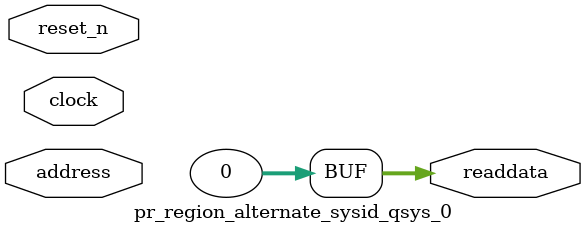
<source format=v>
module pr_region_alternate_sysid_qsys_0(	// file.cleaned.mlir:2:3
  input         clock,	// file.cleaned.mlir:2:50
                address,	// file.cleaned.mlir:2:66
                reset_n,	// file.cleaned.mlir:2:84
  output [31:0] readdata	// file.cleaned.mlir:2:103
);

  assign readdata = 32'h0;	// file.cleaned.mlir:3:15, :4:5
endmodule


</source>
